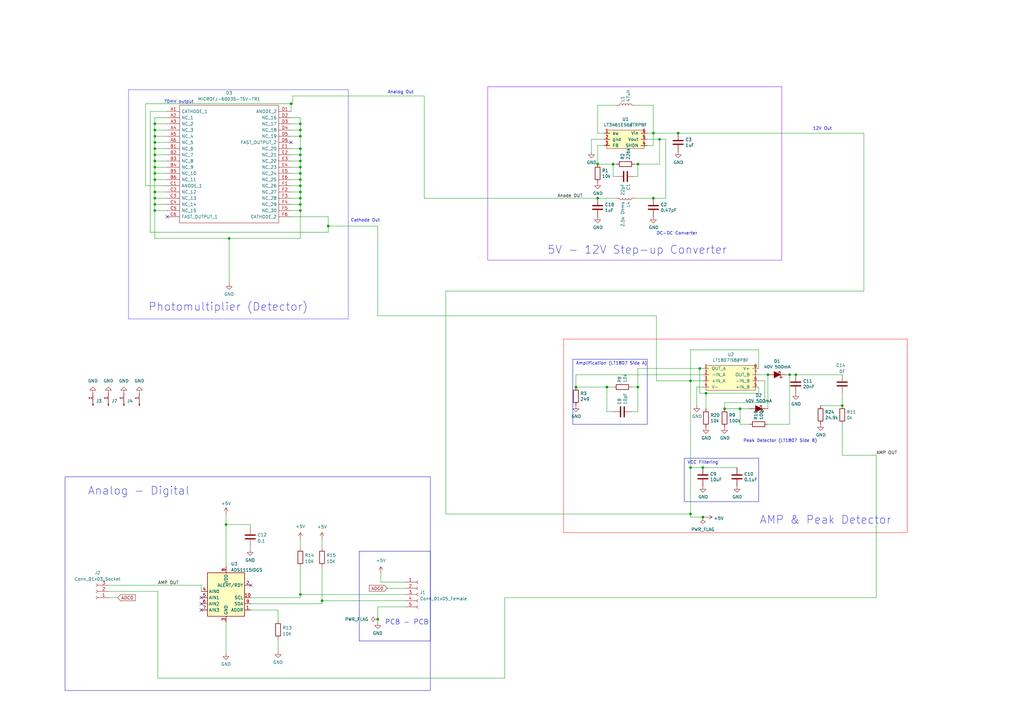
<source format=kicad_sch>
(kicad_sch (version 20250114) (generator "eeschema") (generator_version "9.0")
  (paper "A3")
  (lib_symbols
    (symbol "Analog_ADC:ADS1115IDGS"
      (property "Reference" "U" (at 2.54 13.97 0))
      (property "Value" "ADS1115IDGS" (at 7.62 11.43 0))
      (symbol "ADS1115IDGS_0_1"
        (rectangle (start -7.62 10.16) (end 7.62 -7.62) (stroke (width 0.254)) (fill (type background)))
      )
      (symbol "ADS1115IDGS_1_1"
        (pin input line (at -10.16 2.54 0) (length 2.54) (name "AIN0") (number "4"))
        (pin input line (at -10.16 0 0) (length 2.54) (name "AIN1") (number "5"))
        (pin input line (at -10.16 -2.54 0) (length 2.54) (name "AIN2") (number "6"))
        (pin input line (at -10.16 -5.08 0) (length 2.54) (name "AIN3") (number "7"))
        (pin power_in line (at 0 12.7 270) (length 2.54) (name "VDD") (number "8"))
        (pin power_in line (at 0 -10.16 90) (length 2.54) (name "GND") (number "3"))
        (pin output line (at 10.16 5.08 180) (length 2.54) (name "ALERT/RDY") (number "2"))
        (pin input line (at 10.16 0 180) (length 2.54) (name "SCL") (number "10"))
        (pin bidirectional line (at 10.16 -2.54 180) (length 2.54) (name "SDA") (number "9"))
        (pin input line (at 10.16 -5.08 180) (length 2.54) (name "ADDR") (number "1"))
      )
    )
    (symbol "Connector:Conn_01x01_Pin" (pin_names (offset 1.016) (hide yes))
      (property "Reference" "J" (at 0 2.54 0))
      (property "Value" "Conn_01x01_Pin" (at 0 -2.54 0))
      (symbol "Conn_01x01_Pin_1_1"
        (rectangle (start 0.8636 0.127) (end 0 -0.127) (stroke (width 0.1524)) (fill (type outline)))
        (polyline (pts (xy 1.27 0) (xy 0.8636 0)) (stroke (width 0.1524)))
        (pin passive line (at 5.08 0 180) (length 3.81) (name "Pin_1") (number "1"))
      )
    )
    (symbol "Connector:Conn_01x03_Socket" (pin_names (offset 1.016) (hide yes))
      (property "Reference" "J" (at 0 5.08 0))
      (property "Value" "Conn_01x03_Socket" (at 0 -5.08 0))
      (symbol "Conn_01x03_Socket_1_1"
        (polyline (pts (xy -1.27 2.54) (xy -0.508 2.54)) (stroke (width 0.1524)))
        (polyline (pts (xy -1.27 0) (xy -0.508 0)) (stroke (width 0.1524)))
        (polyline (pts (xy -1.27 -2.54) (xy -0.508 -2.54)) (stroke (width 0.1524)))
        (arc (start 0 2.032) (mid -0.5058 2.54) (end 0 3.048) (stroke (width 0.1524)))
        (arc (start 0 -0.508) (mid -0.5058 0) (end 0 0.508) (stroke (width 0.1524)))
        (arc (start 0 -3.048) (mid -0.5058 -2.54) (end 0 -2.032) (stroke (width 0.1524)))
        (pin passive line (at -5.08 2.54 0) (length 3.81) (name "Pin_1") (number "1"))
        (pin passive line (at -5.08 0 0) (length 3.81) (name "Pin_2") (number "2"))
        (pin passive line (at -5.08 -2.54 0) (length 3.81) (name "Pin_3") (number "3"))
      )
    )
    (symbol "Connector:Conn_01x05_Female" (pin_names (offset 1.016) (hide yes))
      (property "Reference" "J" (at 0 7.62 0))
      (property "Value" "Conn_01x05_Female" (at 0 -7.62 0))
      (symbol "Conn_01x05_Female_1_1"
        (polyline (pts (xy -1.27 5.08) (xy -0.508 5.08)) (stroke (width 0.1524)))
        (polyline (pts (xy -1.27 2.54) (xy -0.508 2.54)) (stroke (width 0.1524)))
        (polyline (pts (xy -1.27 0) (xy -0.508 0)) (stroke (width 0.1524)))
        (polyline (pts (xy -1.27 -2.54) (xy -0.508 -2.54)) (stroke (width 0.1524)))
        (polyline (pts (xy -1.27 -5.08) (xy -0.508 -5.08)) (stroke (width 0.1524)))
        (arc (start 0 4.572) (mid -0.5058 5.08) (end 0 5.588) (stroke (width 0.1524)))
        (arc (start 0 2.032) (mid -0.5058 2.54) (end 0 3.048) (stroke (width 0.1524)))
        (arc (start 0 -0.508) (mid -0.5058 0) (end 0 0.508) (stroke (width 0.1524)))
        (arc (start 0 -3.048) (mid -0.5058 -2.54) (end 0 -2.032) (stroke (width 0.1524)))
        (arc (start 0 -5.588) (mid -0.5058 -5.08) (end 0 -4.572) (stroke (width 0.1524)))
        (pin passive line (at -5.08 5.08 0) (length 3.81) (name "Pin_1") (number "1"))
        (pin passive line (at -5.08 2.54 0) (length 3.81) (name "Pin_2") (number "2"))
        (pin passive line (at -5.08 0 0) (length 3.81) (name "Pin_3") (number "3"))
        (pin passive line (at -5.08 -2.54 0) (length 3.81) (name "Pin_4") (number "4"))
        (pin passive line (at -5.08 -5.08 0) (length 3.81) (name "Pin_5") (number "5"))
      )
    )
    (symbol "Device:C" (pin_numbers (hide yes)) (pin_names (offset 0.254))
      (property "Reference" "C" (at 0.635 2.54 0))
      (property "Value" "C" (at 0.635 -2.54 0))
      (symbol "C_0_1"
        (polyline (pts (xy -2.032 0.762) (xy 2.032 0.762)) (stroke (width 0.508)))
        (polyline (pts (xy -2.032 -0.762) (xy 2.032 -0.762)) (stroke (width 0.508)))
      )
      (symbol "C_1_1"
        (pin passive line (at 0 3.81 270) (length 2.794) (name "~") (number "1"))
        (pin passive line (at 0 -3.81 90) (length 2.794) (name "~") (number "2"))
      )
    )
    (symbol "Device:D_Schottky_ALT" (pin_numbers (hide yes)) (pin_names (offset 1.016) (hide yes))
      (property "Reference" "D" (at 0 2.54 0))
      (property "Value" "Device_D_Schottky_ALT" (at 0 -2.54 0))
      (symbol "D_Schottky_ALT_0_1"
        (polyline (pts (xy -1.905 0.635) (xy -1.905 1.27) (xy -1.27 1.27) (xy -1.27 -1.27) (xy -0.635 -1.27) (xy -0.635 -0.635)) (stroke (width 0.254)))
        (polyline (pts (xy 1.27 1.27) (xy 1.27 -1.27) (xy -1.27 0) (xy 1.27 1.27)) (stroke (width 0.254)) (fill (type outline)))
        (polyline (pts (xy 1.27 0) (xy -1.27 0)))
      )
      (symbol "D_Schottky_ALT_1_1"
        (pin passive line (at -3.81 0 0) (length 2.54) (name "K") (number "1"))
        (pin passive line (at 3.81 0 180) (length 2.54) (name "A") (number "2"))
      )
    )
    (symbol "Device:L" (pin_numbers (hide yes)) (pin_names (offset 1.016) (hide yes))
      (property "Reference" "L" (at -1.27 0 90))
      (property "Value" "L" (at 1.905 0 90))
      (symbol "L_0_1"
        (arc (start 0 2.54) (mid 0.6323 1.905) (end 0 1.27))
        (arc (start 0 1.27) (mid 0.6323 0.635) (end 0 0))
        (arc (start 0 0) (mid 0.6323 -0.635) (end 0 -1.27))
        (arc (start 0 -1.27) (mid 0.6323 -1.905) (end 0 -2.54))
      )
      (symbol "L_1_1"
        (pin passive line (at 0 3.81 270) (length 1.27) (name "1") (number "1"))
        (pin passive line (at 0 -3.81 90) (length 1.27) (name "2") (number "2"))
      )
    )
    (symbol "Device:R" (pin_numbers (hide yes)) (pin_names (offset 0))
      (property "Reference" "R" (at 2.032 0 90))
      (property "Value" "R" (at 0 0 90))
      (symbol "R_0_1"
        (rectangle (start -1.016 -2.54) (end 1.016 2.54) (stroke (width 0.254)))
      )
      (symbol "R_1_1"
        (pin passive line (at 0 3.81 270) (length 1.27) (name "~") (number "1"))
        (pin passive line (at 0 -3.81 90) (length 1.27) (name "~") (number "2"))
      )
    )
    (symbol "GND_1" (power) (pin_numbers (hide yes)) (pin_names (offset 0) (hide yes))
      (property "Value" "GND" (at 0 -3.81 0))
      (symbol "GND_1_0_1"
        (polyline (pts (xy 0 0) (xy 0 -1.27) (xy 1.27 -1.27) (xy 0 -2.54) (xy -1.27 -1.27) (xy 0 -1.27)))
      )
      (symbol "GND_1_1_1"
        (pin power_in line (at 0 0 270) (length 0) (name "~") (number "1"))
      )
    )
    (symbol "MICROFJ-60035-TSV-TR1:MICROFJ-60035-TSV-TR1" (pin_names (offset 0.762))
      (property "Reference" "D" (at 46.99 7.62 0))
      (property "Value" "MICROFJ-60035-TSV-TR1" (at 46.99 5.08 0))
      (symbol "MICROFJ-60035-TSV-TR1_0_0"
        (pin passive line (at 0 0 0) (length 5.08) (name "CATHODE_1") (number "A1"))
        (pin passive line (at 0 -2.54 0) (length 5.08) (name "NC_1") (number "A2"))
        (pin passive line (at 0 -5.08 0) (length 5.08) (name "NC_2") (number "A3"))
        (pin passive line (at 0 -7.62 0) (length 5.08) (name "NC_3") (number "A4"))
        (pin passive line (at 0 -10.16 0) (length 5.08) (name "NC_4") (number "A5"))
        (pin passive line (at 0 -12.7 0) (length 5.08) (name "NC_5") (number "A6"))
        (pin passive line (at 0 -15.24 0) (length 5.08) (name "NC_6") (number "B1"))
        (pin passive line (at 0 -17.78 0) (length 5.08) (name "NC_7") (number "B2"))
        (pin passive line (at 0 -20.32 0) (length 5.08) (name "NC_8") (number "B3"))
        (pin passive line (at 0 -22.86 0) (length 5.08) (name "NC_9") (number "B4"))
        (pin passive line (at 0 -25.4 0) (length 5.08) (name "NC_10") (number "B5"))
        (pin passive line (at 0 -27.94 0) (length 5.08) (name "NC_11") (number "B6"))
        (pin passive line (at 0 -30.48 0) (length 5.08) (name "ANODE_1") (number "C1"))
        (pin passive line (at 0 -33.02 0) (length 5.08) (name "NC_12") (number "C2"))
        (pin passive line (at 0 -35.56 0) (length 5.08) (name "NC_13") (number "C3"))
        (pin passive line (at 0 -38.1 0) (length 5.08) (name "NC_14") (number "C4"))
        (pin passive line (at 0 -40.64 0) (length 5.08) (name "NC_15") (number "C5"))
        (pin passive line (at 0 -43.18 0) (length 5.08) (name "FAST_OUTPUT_1") (number "C6"))
        (pin passive line (at 50.8 0 180) (length 5.08) (name "ANODE_2") (number "D1"))
        (pin passive line (at 50.8 -2.54 180) (length 5.08) (name "NC_16") (number "D2"))
        (pin passive line (at 50.8 -5.08 180) (length 5.08) (name "NC_17") (number "D3"))
        (pin passive line (at 50.8 -7.62 180) (length 5.08) (name "NC_18") (number "D4"))
        (pin passive line (at 50.8 -10.16 180) (length 5.08) (name "NC_19") (number "D5"))
        (pin passive line (at 50.8 -12.7 180) (length 5.08) (name "FAST_OUTPUT_2") (number "D6"))
        (pin passive line (at 50.8 -15.24 180) (length 5.08) (name "NC_20") (number "E1"))
        (pin passive line (at 50.8 -17.78 180) (length 5.08) (name "NC_21") (number "E2"))
        (pin passive line (at 50.8 -20.32 180) (length 5.08) (name "NC_22") (number "E3"))
        (pin passive line (at 50.8 -22.86 180) (length 5.08) (name "NC_23") (number "E4"))
        (pin passive line (at 50.8 -25.4 180) (length 5.08) (name "NC_24") (number "E5"))
        (pin passive line (at 50.8 -27.94 180) (length 5.08) (name "NC_25") (number "E6"))
        (pin passive line (at 50.8 -30.48 180) (length 5.08) (name "NC_26") (number "F1"))
        (pin passive line (at 50.8 -33.02 180) (length 5.08) (name "NC_27") (number "F2"))
        (pin passive line (at 50.8 -35.56 180) (length 5.08) (name "NC_28") (number "F3"))
        (pin passive line (at 50.8 -38.1 180) (length 5.08) (name "NC_29") (number "F4"))
        (pin passive line (at 50.8 -40.64 180) (length 5.08) (name "NC_30") (number "F5"))
        (pin passive line (at 50.8 -43.18 180) (length 5.08) (name "CATHODE_2") (number "F6"))
      )
      (symbol "MICROFJ-60035-TSV-TR1_0_1"
        (polyline (pts (xy 5.08 2.54) (xy 45.72 2.54) (xy 45.72 -45.72) (xy 5.08 -45.72) (xy 5.08 2.54)) (stroke (width 0.1524)))
      )
    )
    (symbol "Missing_ICs:L3461A" (pin_names (offset 1.016))
      (property "Reference" "U" (at 0 6.35 0))
      (property "Value" "Missing_ICs_L3461A" (at 0 3.81 0))
      (symbol "L3461A_0_1"
        (rectangle (start -7.62 2.54) (end 7.62 -5.08) (fill (type background)))
      )
      (symbol "L3461A_1_1"
        (pin input line (at -8.89 1.27 0) (length 2.54) (name "sw") (number "1"))
        (pin input line (at -8.89 -1.27 0) (length 2.54) (name "gnd") (number "2"))
        (pin input line (at -8.89 -3.81 0) (length 2.54) (name "FB") (number "3"))
        (pin input line (at 8.89 1.27 180) (length 2.54) (name "Vin") (number "6"))
        (pin input line (at 8.89 -1.27 180) (length 2.54) (name "Vout") (number "5"))
        (pin input line (at 8.89 -3.81 180) (length 2.54) (name "SHDN") (number "4"))
      )
    )
    (symbol "Missing_ICs:LT1807IS8" (pin_names (offset 1.016))
      (property "Reference" "U" (at 0 10.16 0))
      (property "Value" "Missing_ICs_LT1807IS8" (at 0 7.62 0))
      (symbol "LT1807IS8_0_1"
        (rectangle (start -10.16 6.35) (end 10.16 -3.81) (fill (type background)))
      )
      (symbol "LT1807IS8_1_1"
        (pin input line (at -11.43 5.08 0) (length 2.54) (name "OUT_A") (number "1"))
        (pin input line (at -11.43 2.54 0) (length 2.54) (name "-IN_A") (number "2"))
        (pin input line (at -11.43 0 0) (length 2.54) (name "+IN_A") (number "3"))
        (pin input line (at -11.43 -2.54 0) (length 2.54) (name "V-") (number "4"))
        (pin input line (at 11.43 5.08 180) (length 2.54) (name "V+") (number "8"))
        (pin input line (at 11.43 2.54 180) (length 2.54) (name "OUT_B") (number "7"))
        (pin input line (at 11.43 0 180) (length 2.54) (name "-IN_B") (number "6"))
        (pin input line (at 11.43 -2.54 180) (length 2.54) (name "+IN_B") (number "5"))
      )
    )
    (symbol "power:+5V" (power) (pin_numbers (hide yes)) (pin_names (offset 0) (hide yes))
      (property "Value" "+5V" (at 0 3.556 0))
      (symbol "+5V_0_1"
        (polyline (pts (xy -0.762 1.27) (xy 0 2.54)))
        (polyline (pts (xy 0 2.54) (xy 0.762 1.27)))
        (polyline (pts (xy 0 0) (xy 0 2.54)))
      )
      (symbol "+5V_1_1"
        (pin power_in line (at 0 0 90) (length 0) (name "~") (number "1"))
      )
    )
    (symbol "power:GND" (power) (pin_names (offset 0))
      (property "Value" "GND" (at 0 -3.81 0))
      (symbol "GND_0_1"
        (polyline (pts (xy 0 0) (xy 0 -1.27) (xy 1.27 -1.27) (xy 0 -2.54) (xy -1.27 -1.27) (xy 0 -1.27)))
      )
      (symbol "GND_1_1"
        (pin power_in line (at 0 0 270) (length 0) (hide yes) (name "GND") (number "1"))
      )
    )
    (symbol "power:PWR_FLAG" (power) (pin_numbers (hide yes)) (pin_names (offset 0) (hide yes))
      (property "Value" "PWR_FLAG" (at 0 3.81 0))
      (symbol "PWR_FLAG_0_0"
        (pin power_out line (at 0 0 90) (length 0) (name "~") (number "1"))
      )
      (symbol "PWR_FLAG_0_1"
        (polyline (pts (xy 0 0) (xy 0 1.27) (xy -1.016 1.905) (xy 0 2.54) (xy 1.016 1.905) (xy 0 1.27)))
      )
    )
  )
  (rectangle (start 196.85 105.41) (end 196.85 105.41))
  (rectangle (start 26.67 195.58) (end 176.53 283.21))
  (rectangle (start 147.32 226.06) (end 176.53 262.89))
  (rectangle (start 52.705 36.83) (end 142.875 130.81) (stroke (width 0) (color 50 53 255 1)))
  (rectangle (start 231.14 139.065) (end 372.11 218.44) (stroke (width 0) (color 255 5 0 1)))
  (rectangle (start 200.025 35.56) (end 320.675 106.68) (stroke (width 0) (color 125 5 255 1)))
  (text "DC-DC Converter" (at 269.24 96.52 0) (effects (font (size 1.27 1.27)) (justify left bottom)))
  (text "VCC Filtering\n" (at 281.94 190.5 0) (effects (font (size 1.27 1.27)) (justify left bottom)))
  (text "Analog Out" (at 164.338 37.846 0) (effects (font (size 1.27 1.27))))
  (text "Photomultiplier (Detector)" (at 93.599 125.984 0) (effects (font (size 3.302 3.302))))
  (text "Cathode Out" (at 149.86 90.424 0) (effects (font (size 1.27 1.27))))
  (text "Peak Detector (LT1807 Side B)" (at 304.8 181.61 0) (effects (font (size 1.27 1.27)) (justify left bottom)))
  (text "PCB - PCB" (at 166.878 255.27 0) (effects (font (size 2.032 2.032))))
  (text "Analog - Digital" (at 56.896 201.422 0) (effects (font (size 3.302 3.302))))
  (text "70mV output" (at 67.056 42.545 0) (effects (font (size 1.27 1.27)) (justify left bottom)))
  (text "AMP & Peak Detector" (at 338.582 213.36 0) (effects (font (size 3.302 3.302))))
  (text "Amplification (LT1807 Side A)" (at 236.22 149.86 0) (effects (font (size 1.27 1.27)) (justify left bottom)))
  (text "12V Out" (at 337.312 52.832 0) (effects (font (size 1.27 1.27))))
  (text "5V - 12V Step-up Converter" (at 261.366 102.616 0) (effects (font (size 3.302 3.302))))
  (junction (at 123.19 50.8))
  (junction (at 123.19 68.58))
  (junction (at 245.11 67.31))
  (junction (at 283.21 191.77))
  (junction (at 270.51 57.15))
  (junction (at 345.44 166.37))
  (junction (at 245.11 81.28))
  (junction (at 63.5 58.42))
  (junction (at 123.19 76.2))
  (junction (at 261.62 158.75))
  (junction (at 63.5 55.88))
  (junction (at 287.02 151.13))
  (junction (at 134.62 92.71))
  (junction (at 288.29 212.09))
  (junction (at 63.5 60.96))
  (junction (at 132.08 246.38))
  (junction (at 123.19 243.84))
  (junction (at 267.97 81.28))
  (junction (at 289.56 161.29))
  (junction (at 297.18 167.64))
  (junction (at 63.5 63.5))
  (junction (at 63.5 68.58))
  (junction (at 123.19 53.34))
  (junction (at 123.19 71.12))
  (junction (at 326.39 153.67))
  (junction (at 236.22 158.75))
  (junction (at 123.19 63.5))
  (junction (at 251.46 67.31))
  (junction (at 288.29 191.77))
  (junction (at 283.21 210.82))
  (junction (at 63.5 66.04))
  (junction (at 283.21 156.21))
  (junction (at 123.19 81.28))
  (junction (at 63.5 50.8))
  (junction (at 323.85 153.67))
  (junction (at 123.19 83.82))
  (junction (at 303.53 167.64))
  (junction (at 278.13 54.61))
  (junction (at 123.19 66.04))
  (junction (at 248.92 158.75))
  (junction (at 63.5 53.34))
  (junction (at 154.94 254))
  (junction (at 63.5 71.12))
  (junction (at 123.19 73.66))
  (junction (at 63.5 86.36))
  (junction (at 119.38 42.545))
  (junction (at 92.71 215.138))
  (junction (at 93.98 97.79))
  (junction (at 261.62 67.31))
  (junction (at 123.19 55.88))
  (junction (at 267.97 54.61))
  (junction (at 63.5 83.82))
  (junction (at 123.19 78.74))
  (junction (at 63.5 73.66))
  (junction (at 314.96 153.67))
  (junction (at 123.19 60.96))
  (junction (at 63.5 78.74))
  (junction (at 63.5 81.28))
  (junction (at 123.19 86.36))
  (no_connect (at 102.87 240.03))
  (no_connect (at 119.38 58.42))
  (no_connect (at 82.55 245.11))
  (no_connect (at 82.55 247.65))
  (no_connect (at 82.55 250.19))
  (no_connect (at 68.58 88.9))
  (wire (pts (xy 63.5 83.82) (xy 68.58 83.82)))
  (polyline (pts (xy 234.95 147.32) (xy 265.43 147.32)) (stroke (width 0) (type solid)))
  (wire (pts (xy 123.19 60.96) (xy 123.19 63.5)))
  (wire (pts (xy 270.51 67.31) (xy 261.62 67.31)))
  (wire (pts (xy 269.24 129.54) (xy 154.94 129.54)))
  (wire (pts (xy 119.38 66.04) (xy 123.19 66.04)))
  (wire (pts (xy 63.5 81.28) (xy 63.5 83.82)))
  (wire (pts (xy 63.5 66.04) (xy 63.5 68.58)))
  (wire (pts (xy 123.19 245.11) (xy 123.19 243.84)))
  (wire (pts (xy 68.58 68.58) (xy 63.5 68.58)))
  (wire (pts (xy 261.62 67.31) (xy 260.35 67.31)))
  (wire (pts (xy 154.94 248.92) (xy 166.37 248.92)))
  (wire (pts (xy 114.046 262.128) (xy 114.046 267.208)))
  (wire (pts (xy 119.38 68.58) (xy 123.19 68.58)))
  (wire (pts (xy 59.69 76.2) (xy 59.69 42.545)))
  (wire (pts (xy 311.15 143.51) (xy 283.21 143.51)))
  (wire (pts (xy 354.33 119.38) (xy 182.88 119.38)))
  (wire (pts (xy 123.19 71.12) (xy 123.19 73.66)))
  (wire (pts (xy 236.22 158.75) (xy 236.22 153.67)))
  (wire (pts (xy 345.44 153.67) (xy 326.39 153.67)))
  (wire (pts (xy 92.71 215.138) (xy 102.616 215.138)))
  (wire (pts (xy 119.38 71.12) (xy 123.19 71.12)))
  (wire (pts (xy 345.44 161.29) (xy 345.44 166.37)))
  (wire (pts (xy 252.73 72.39) (xy 251.46 72.39)))
  (wire (pts (xy 123.19 48.26) (xy 123.19 50.8)))
  (wire (pts (xy 251.46 67.31) (xy 245.11 67.31)))
  (wire (pts (xy 285.75 158.75) (xy 285.75 166.37)))
  (polyline (pts (xy 280.67 187.96) (xy 311.15 187.96)) (stroke (width 0) (type solid)))
  (wire (pts (xy 261.62 67.31) (xy 261.62 72.39)))
  (wire (pts (xy 63.5 81.28) (xy 68.58 81.28)))
  (wire (pts (xy 68.58 76.2) (xy 59.69 76.2)))
  (wire (pts (xy 359.41 245.11) (xy 207.01 245.11)))
  (wire (pts (xy 63.5 60.96) (xy 63.5 63.5)))
  (wire (pts (xy 63.5 97.79) (xy 93.98 97.79)))
  (wire (pts (xy 61.595 95.25) (xy 134.62 95.25)))
  (wire (pts (xy 265.43 57.15) (xy 270.51 57.15)))
  (wire (pts (xy 63.5 55.88) (xy 68.58 55.88)))
  (wire (pts (xy 359.41 186.69) (xy 359.41 245.11)))
  (wire (pts (xy 166.37 238.76) (xy 156.21 238.76)))
  (wire (pts (xy 251.46 72.39) (xy 251.46 67.31)))
  (wire (pts (xy 63.5 50.8) (xy 63.5 53.34)))
  (wire (pts (xy 132.08 220.98) (xy 132.08 224.79)))
  (wire (pts (xy 252.73 81.28) (xy 245.11 81.28)))
  (wire (pts (xy 119.38 73.66) (xy 123.19 73.66)))
  (wire (pts (xy 247.65 57.15) (xy 242.57 57.15)))
  (wire (pts (xy 119.38 48.26) (xy 123.19 48.26)))
  (wire (pts (xy 313.69 165.1) (xy 313.69 156.21)))
  (wire (pts (xy 247.65 59.69) (xy 245.11 59.69)))
  (wire (pts (xy 269.24 156.21) (xy 283.21 156.21)))
  (wire (pts (xy 207.01 245.11) (xy 207.01 278.13)))
  (wire (pts (xy 119.38 60.96) (xy 123.19 60.96)))
  (wire (pts (xy 63.5 66.04) (xy 68.58 66.04)))
  (wire (pts (xy 63.5 55.88) (xy 63.5 58.42)))
  (wire (pts (xy 252.73 67.31) (xy 251.46 67.31)))
  (wire (pts (xy 270.51 57.15) (xy 273.05 57.15)))
  (wire (pts (xy 283.21 191.77) (xy 288.29 191.77)))
  (polyline (pts (xy 311.15 187.96) (xy 311.15 205.74)) (stroke (width 0) (type solid)))
  (wire (pts (xy 63.5 48.26) (xy 68.58 48.26)))
  (wire (pts (xy 288.29 158.75) (xy 285.75 158.75)))
  (wire (pts (xy 173.99 81.28) (xy 245.11 81.28)))
  (wire (pts (xy 289.56 161.29) (xy 289.56 167.64)))
  (wire (pts (xy 323.85 153.67) (xy 322.58 153.67)))
  (wire (pts (xy 265.43 59.69) (xy 267.97 59.69)))
  (wire (pts (xy 123.19 76.2) (xy 123.19 78.74)))
  (wire (pts (xy 287.02 161.29) (xy 287.02 151.13)))
  (wire (pts (xy 63.5 71.12) (xy 68.58 71.12)))
  (wire (pts (xy 102.87 247.65) (xy 132.08 247.65)))
  (wire (pts (xy 114.046 250.19) (xy 114.046 254.508)))
  (wire (pts (xy 119.38 81.28) (xy 123.19 81.28)))
  (wire (pts (xy 236.22 153.67) (xy 288.29 153.67)))
  (wire (pts (xy 289.56 161.29) (xy 287.02 161.29)))
  (wire (pts (xy 247.65 54.61) (xy 245.11 54.61)))
  (wire (pts (xy 323.85 153.67) (xy 323.85 173.99)))
  (wire (pts (xy 288.29 191.77) (xy 302.26 191.77)))
  (wire (pts (xy 123.19 68.58) (xy 123.19 71.12)))
  (wire (pts (xy 297.18 165.1) (xy 313.69 165.1)))
  (wire (pts (xy 119.38 63.5) (xy 123.19 63.5)))
  (wire (pts (xy 123.19 86.36) (xy 123.19 97.79)))
  (wire (pts (xy 61.595 45.72) (xy 61.595 95.25)))
  (wire (pts (xy 248.92 158.75) (xy 248.92 168.91)))
  (wire (pts (xy 283.21 191.77) (xy 283.21 210.82)))
  (wire (pts (xy 63.5 71.12) (xy 63.5 73.66)))
  (wire (pts (xy 63.5 68.58) (xy 63.5 71.12)))
  (wire (pts (xy 307.34 173.99) (xy 303.53 173.99)))
  (wire (pts (xy 120.015 42.545) (xy 120.015 39.37)))
  (wire (pts (xy 119.38 45.72) (xy 119.38 42.545)))
  (wire (pts (xy 63.5 48.26) (xy 63.5 50.8)))
  (wire (pts (xy 123.19 220.98) (xy 123.19 224.79)))
  (wire (pts (xy 59.69 42.545) (xy 119.38 42.545)))
  (wire (pts (xy 63.5 50.8) (xy 68.58 50.8)))
  (wire (pts (xy 102.87 250.19) (xy 114.046 250.19)))
  (wire (pts (xy 245.11 43.18) (xy 252.73 43.18)))
  (wire (pts (xy 102.87 245.11) (xy 123.19 245.11)))
  (wire (pts (xy 182.88 119.38) (xy 182.88 210.82)))
  (wire (pts (xy 267.97 81.28) (xy 260.35 81.28)))
  (wire (pts (xy 119.38 86.36) (xy 123.19 86.36)))
  (wire (pts (xy 132.08 247.65) (xy 132.08 246.38)))
  (wire (pts (xy 93.98 97.79) (xy 123.19 97.79)))
  (wire (pts (xy 44.45 240.03) (xy 82.55 240.03)))
  (wire (pts (xy 261.62 158.75) (xy 261.62 168.91)))
  (wire (pts (xy 92.71 267.97) (xy 92.71 255.27)))
  (wire (pts (xy 119.38 83.82) (xy 123.19 83.82)))
  (wire (pts (xy 134.62 92.71) (xy 134.62 95.25)))
  (wire (pts (xy 297.18 167.64) (xy 297.18 165.1)))
  (wire (pts (xy 354.33 54.61) (xy 354.33 119.38)))
  (wire (pts (xy 207.01 278.13) (xy 64.77 278.13)))
  (wire (pts (xy 123.19 243.84) (xy 166.37 243.84)))
  (wire (pts (xy 154.94 248.92) (xy 154.94 254)))
  (wire (pts (xy 123.19 66.04) (xy 123.19 68.58)))
  (wire (pts (xy 261.62 72.39) (xy 260.35 72.39)))
  (wire (pts (xy 102.616 216.408) (xy 102.616 215.138)))
  (wire (pts (xy 273.05 57.15) (xy 273.05 81.28)))
  (polyline (pts (xy 234.95 173.99) (xy 265.43 173.99)) (stroke (width 0) (type solid)))
  (wire (pts (xy 123.19 63.5) (xy 123.19 66.04)))
  (wire (pts (xy 93.98 97.79) (xy 93.98 116.205)))
  (wire (pts (xy 288.29 151.13) (xy 287.02 151.13)))
  (wire (pts (xy 303.53 173.99) (xy 303.53 167.64)))
  (wire (pts (xy 345.44 186.69) (xy 345.44 173.99)))
  (wire (pts (xy 288.29 212.09) (xy 289.56 212.09)))
  (wire (pts (xy 245.11 59.69) (xy 245.11 67.31)))
  (wire (pts (xy 323.85 173.99) (xy 314.96 173.99)))
  (wire (pts (xy 260.35 43.18) (xy 267.97 43.18)))
  (wire (pts (xy 326.39 153.67) (xy 323.85 153.67)))
  (wire (pts (xy 68.58 45.72) (xy 61.595 45.72)))
  (wire (pts (xy 119.38 78.74) (xy 123.19 78.74)))
  (wire (pts (xy 63.5 86.36) (xy 68.58 86.36)))
  (wire (pts (xy 123.19 81.28) (xy 123.19 83.82)))
  (wire (pts (xy 63.5 83.82) (xy 63.5 86.36)))
  (polyline (pts (xy 234.95 147.32) (xy 234.95 173.99)) (stroke (width 0) (type solid)))
  (wire (pts (xy 278.13 54.61) (xy 354.33 54.61)))
  (wire (pts (xy 120.015 42.545) (xy 119.38 42.545)))
  (wire (pts (xy 123.19 73.66) (xy 123.19 76.2)))
  (wire (pts (xy 48.26 245.11) (xy 44.45 245.11)))
  (wire (pts (xy 248.92 158.75) (xy 251.46 158.75)))
  (wire (pts (xy 259.08 168.91) (xy 261.62 168.91)))
  (wire (pts (xy 123.19 53.34) (xy 123.19 55.88)))
  (wire (pts (xy 63.5 78.74) (xy 63.5 81.28)))
  (wire (pts (xy 236.22 158.75) (xy 248.92 158.75)))
  (wire (pts (xy 63.5 63.5) (xy 63.5 66.04)))
  (wire (pts (xy 267.97 54.61) (xy 267.97 43.18)))
  (wire (pts (xy 63.5 73.66) (xy 63.5 78.74)))
  (wire (pts (xy 242.57 57.15) (xy 242.57 62.23)))
  (wire (pts (xy 123.19 83.82) (xy 123.19 86.36)))
  (wire (pts (xy 313.69 156.21) (xy 311.15 156.21)))
  (wire (pts (xy 123.19 243.84) (xy 123.19 232.41)))
  (wire (pts (xy 283.21 156.21) (xy 283.21 191.77)))
  (wire (pts (xy 63.5 60.96) (xy 68.58 60.96)))
  (wire (pts (xy 267.97 54.61) (xy 267.97 59.69)))
  (wire (pts (xy 119.38 76.2) (xy 123.19 76.2)))
  (wire (pts (xy 63.5 53.34) (xy 63.5 55.88)))
  (wire (pts (xy 273.05 81.28) (xy 267.97 81.28)))
  (wire (pts (xy 123.19 78.74) (xy 123.19 81.28)))
  (polyline (pts (xy 280.67 205.74) (xy 280.67 187.96)) (stroke (width 0) (type solid)))
  (wire (pts (xy 132.08 246.38) (xy 132.08 232.41)))
  (wire (pts (xy 123.19 55.88) (xy 123.19 60.96)))
  (polyline (pts (xy 311.15 205.74) (xy 280.67 205.74)) (stroke (width 0) (type solid)))
  (wire (pts (xy 269.24 156.21) (xy 269.24 129.54)))
  (wire (pts (xy 251.46 168.91) (xy 248.92 168.91)))
  (wire (pts (xy 92.71 210.82) (xy 92.71 215.138)))
  (wire (pts (xy 173.99 39.37) (xy 173.99 81.28)))
  (wire (pts (xy 311.15 158.75) (xy 311.15 161.29)))
  (wire (pts (xy 63.5 63.5) (xy 68.58 63.5)))
  (wire (pts (xy 63.5 58.42) (xy 63.5 60.96)))
  (wire (pts (xy 311.15 151.13) (xy 311.15 143.51)))
  (wire (pts (xy 63.5 86.36) (xy 63.5 97.79)))
  (wire (pts (xy 68.58 53.34) (xy 63.5 53.34)))
  (wire (pts (xy 154.94 129.54) (xy 154.94 92.71)))
  (wire (pts (xy 68.58 78.74) (xy 63.5 78.74)))
  (wire (pts (xy 303.53 167.64) (xy 297.18 167.64)))
  (wire (pts (xy 158.75 241.3) (xy 166.37 241.3)))
  (wire (pts (xy 82.55 240.03) (xy 82.55 242.57)))
  (wire (pts (xy 270.51 57.15) (xy 270.51 67.31)))
  (wire (pts (xy 68.58 58.42) (xy 63.5 58.42)))
  (wire (pts (xy 119.38 55.88) (xy 123.19 55.88)))
  (wire (pts (xy 102.616 224.028) (xy 102.616 225.298)))
  (wire (pts (xy 283.21 210.82) (xy 283.21 212.09)))
  (wire (pts (xy 345.44 186.69) (xy 359.41 186.69)))
  (wire (pts (xy 92.71 215.138) (xy 92.71 232.41)))
  (wire (pts (xy 119.38 53.34) (xy 123.19 53.34)))
  (wire (pts (xy 283.21 143.51) (xy 283.21 156.21)))
  (wire (pts (xy 134.62 92.71) (xy 154.94 92.71)))
  (polyline (pts (xy 265.43 147.32) (xy 265.43 173.99)) (stroke (width 0) (type solid)))
  (wire (pts (xy 259.08 158.75) (xy 261.62 158.75)))
  (wire (pts (xy 132.08 246.38) (xy 166.37 246.38)))
  (wire (pts (xy 314.96 167.64) (xy 314.96 153.67)))
  (wire (pts (xy 119.38 50.8) (xy 123.19 50.8)))
  (wire (pts (xy 120.015 39.37) (xy 173.99 39.37)))
  (wire (pts (xy 283.21 212.09) (xy 288.29 212.09)))
  (wire (pts (xy 307.34 167.64) (xy 303.53 167.64)))
  (wire (pts (xy 182.88 210.82) (xy 283.21 210.82)))
  (wire (pts (xy 245.11 54.61) (xy 245.11 43.18)))
  (wire (pts (xy 154.94 254) (xy 154.94 255.27)))
  (wire (pts (xy 265.43 54.61) (xy 267.97 54.61)))
  (wire (pts (xy 267.97 54.61) (xy 278.13 54.61)))
  (wire (pts (xy 63.5 73.66) (xy 68.58 73.66)))
  (wire (pts (xy 123.19 50.8) (xy 123.19 53.34)))
  (wire (pts (xy 261.62 151.13) (xy 261.62 158.75)))
  (wire (pts (xy 345.44 166.37) (xy 336.55 166.37)))
  (wire (pts (xy 64.77 242.57) (xy 44.45 242.57)))
  (wire (pts (xy 261.62 151.13) (xy 287.02 151.13)))
  (wire (pts (xy 64.77 278.13) (xy 64.77 242.57)))
  (wire (pts (xy 283.21 156.21) (xy 288.29 156.21)))
  (wire (pts (xy 311.15 161.29) (xy 289.56 161.29)))
  (wire (pts (xy 314.96 153.67) (xy 311.15 153.67)))
  (wire (pts (xy 134.62 88.9) (xy 119.38 88.9)))
  (wire (pts (xy 134.62 88.9) (xy 134.62 92.71)))
  (wire (pts (xy 156.21 238.76) (xy 156.21 234.95)))
  (label "AMP OUT" (at 64.77 240.03 0))
  (label "Anode OUT" (at 228.6 81.28 0))
  (label "AMP OUT" (at 359.41 186.69 0))
  (global_label "ADC0" (shape input) (at 158.75 241.3 180) (property "Intersheetrefs" "${INTERSHEET_REFS}" (effects (hide yes))))
  (global_label "ADC0" (shape input) (at 48.26 245.11 0) (property "Intersheetrefs" "${INTERSHEET_REFS}" (effects (hide yes))))
  (symbol (lib_id "Device:R") (at 236.22 162.56 0) (unit 1)
    (property "Reference" "R3" (at 237.998 161.3916 0) (effects (justify left)))
    (property "Value" "249" (at 237.998 163.703 0) (effects (justify left)))
    (property "Footprint" "Resistor_SMD:R_0805_2012Metric_Pad1.20x1.40mm_HandSolder" (effects (hide yes)))
  )
  (symbol (lib_id "Device:R") (at 345.44 170.18 0) (unit 1)
    (property "Reference" "R11" (at 347.218 169.0116 0) (effects (justify left)))
    (property "Value" "0k" (at 347.218 171.323 0) (effects (justify left)))
    (property "Footprint" "Resistor_SMD:R_0805_2012Metric_Pad1.20x1.40mm_HandSolder" (effects (hide yes)))
  )
  (symbol (lib_id "Device:R") (at 289.56 171.45 0) (unit 1)
    (property "Reference" "R20" (at 291.338 170.2816 0) (effects (justify left)))
    (property "Value" "10k" (at 291.338 172.593 0) (effects (justify left)))
    (property "Footprint" "Resistor_SMD:R_0805_2012Metric_Pad1.20x1.40mm_HandSolder" (effects (hide yes)))
  )
  (symbol (lib_id "Device:R") (at 336.55 170.18 0) (unit 1)
    (property "Reference" "R24" (at 338.328 169.0116 0) (effects (justify left)))
    (property "Value" "24.9k" (at 338.328 171.323 0) (effects (justify left)))
    (property "Footprint" "Resistor_SMD:R_0805_2012Metric_Pad1.20x1.40mm_HandSolder" (effects (hide yes)))
  )
  (symbol (lib_id "Device:R") (at 256.54 67.31 90) (unit 1)
    (property "Reference" "R2" (at 255.3716 65.532 0) (effects (justify left)))
    (property "Value" "226k" (at 257.683 65.532 0) (effects (justify left)))
    (property "Footprint" "Resistor_SMD:R_0805_2012Metric_Pad1.20x1.40mm_HandSolder" (effects (hide yes)))
  )
  (symbol (lib_id "Device:R") (at 245.11 71.12 0) (unit 1)
    (property "Reference" "R1" (at 246.888 69.9516 0) (effects (justify left)))
    (property "Value" "10k" (at 246.888 72.263 0) (effects (justify left)))
    (property "Footprint" "Resistor_SMD:R_0805_2012Metric_Pad1.20x1.40mm_HandSolder" (effects (hide yes)))
  )
  (symbol (lib_id "Device:L") (at 256.54 43.18 90) (unit 1)
    (property "Reference" "L1" (at 255.3716 41.8338 0) (effects (justify left)))
    (property "Value" "47uH" (at 257.683 41.8338 0) (effects (justify left)))
    (property "Footprint" "Inductor_SMD:L_1210_3225Metric_Pad1.42x2.65mm_HandSolder" (effects (hide yes)))
  )
  (symbol (lib_id "Device:C") (at 256.54 72.39 270) (unit 1)
    (property "Reference" "C1" (at 257.7084 75.311 0) (effects (justify left)))
    (property "Value" "22pF" (at 255.397 75.311 0) (effects (justify left)))
    (property "Footprint" "Capacitor_SMD:C_0805_2012Metric_Pad1.18x1.45mm_HandSolder" (effects (hide yes)))
  )
  (symbol (lib_id "Device:C") (at 267.97 85.09 0) (unit 1)
    (property "Reference" "C2" (at 270.891 83.9216 0) (effects (justify left)))
    (property "Value" "0.47pF" (at 270.891 86.233 0) (effects (justify left)))
    (property "Footprint" "Capacitor_SMD:C_0805_2012Metric_Pad1.18x1.45mm_HandSolder" (effects (hide yes)))
  )
  (symbol (lib_id "Device:C") (at 278.13 58.42 0) (unit 1)
    (property "Reference" "C3" (at 281.051 57.2516 0) (effects (justify left)))
    (property "Value" "1uF" (at 281.051 59.563 0) (effects (justify left)))
    (property "Footprint" "Capacitor_SMD:C_0805_2012Metric_Pad1.18x1.45mm_HandSolder" (effects (hide yes)))
  )
  (symbol (lib_id "Device:C") (at 345.44 157.48 0) (unit 1)
    (property "Reference" "C14" (at 342.9 149.86 0) (effects (justify left)))
    (property "Value" "0F" (at 344.17 152.4 0) (effects (justify left)))
    (property "Footprint" "Capacitor_SMD:C_0805_2012Metric_Pad1.18x1.45mm_HandSolder" (effects (hide yes)))
  )
  (symbol (lib_id "Device:C") (at 245.11 85.09 0) (unit 1)
    (property "Reference" "C18" (at 248.031 83.9216 0) (effects (justify left)))
    (property "Value" "1uF" (at 248.031 86.233 0) (effects (justify left)))
    (property "Footprint" "Capacitor_SMD:C_0805_2012Metric_Pad1.18x1.45mm_HandSolder" (effects (hide yes)))
  )
  (symbol (lib_id "Device:D_Schottky_ALT") (at 318.77 153.67 180) (unit 1)
    (property "Reference" "D1" (at 318.77 148.1582 0))
    (property "Value" "40V 500mA" (at 318.77 150.4696 0))
    (property "Footprint" "Diode_SMD:D_SOD-123" (effects (hide yes)))
  )
  (symbol (lib_id "Device:D_Schottky_ALT") (at 311.15 167.64 180) (unit 1)
    (property "Reference" "D2" (at 311.15 162.1282 0))
    (property "Value" "40V 500mA" (at 311.15 164.4396 0))
    (property "Footprint" "Diode_SMD:D_SOD-123" (effects (hide yes)))
  )
  (symbol (lib_id "power:GND") (at 288.29 199.39 0) (unit 1)
    (property "Reference" "#PWR0108" (effects (hide yes)))
    (property "Value" "GND" (at 288.417 203.7842 0))
  )
  (symbol (lib_id "power:GND") (at 302.26 199.39 0) (unit 1)
    (property "Reference" "#PWR0109" (effects (hide yes)))
    (property "Value" "GND" (at 302.387 203.7842 0))
  )
  (symbol (lib_id "power:GND") (at 285.75 166.37 0) (unit 1)
    (property "Reference" "#PWR0110" (effects (hide yes)))
    (property "Value" "GND" (at 285.877 170.7642 0))
  )
  (symbol (lib_id "power:GND") (at 326.39 161.29 0) (unit 1)
    (property "Reference" "#PWR0111" (effects (hide yes)))
    (property "Value" "GND" (at 326.517 165.6842 0))
  )
  (symbol (lib_id "power:GND") (at 336.55 173.99 0) (unit 1)
    (property "Reference" "#PWR0112" (effects (hide yes)))
    (property "Value" "GND" (at 336.677 178.3842 0))
  )
  (symbol (lib_id "power:GND") (at 297.18 175.26 0) (unit 1)
    (property "Reference" "#PWR0113" (effects (hide yes)))
    (property "Value" "GND" (at 297.307 179.6542 0))
  )
  (symbol (lib_id "power:GND") (at 236.22 166.37 0) (unit 1)
    (property "Reference" "#PWR0114" (effects (hide yes)))
    (property "Value" "GND" (at 236.347 170.7642 0))
  )
  (symbol (lib_id "power:GND") (at 267.97 88.9 0) (unit 1)
    (property "Reference" "#PWR0120" (effects (hide yes)))
    (property "Value" "GND" (at 268.097 93.2942 0))
  )
  (symbol (lib_id "power:GND") (at 278.13 62.23 0) (unit 1)
    (property "Reference" "#PWR0118" (effects (hide yes)))
    (property "Value" "GND" (at 278.257 66.6242 0))
  )
  (symbol (lib_id "power:GND") (at 245.11 88.9 0) (unit 1)
    (property "Reference" "#PWR0119" (effects (hide yes)))
    (property "Value" "GND" (at 245.237 93.2942 0))
  )
  (symbol (lib_id "power:GND") (at 242.57 62.23 0) (unit 1)
    (property "Reference" "#PWR0123" (effects (hide yes)))
    (property "Value" "GND" (at 242.697 66.6242 0))
  )
  (symbol (lib_id "power:GND") (at 245.11 74.93 0) (unit 1)
    (property "Reference" "#PWR0124" (effects (hide yes)))
    (property "Value" "GND" (at 245.237 79.3242 0))
  )
  (symbol (lib_id "Missing_ICs:LT1807IS8") (at 299.72 156.21 0) (unit 1)
    (property "Reference" "U2" (at 299.72 145.415 0))
    (property "Value" "LT1807IS8#PBF" (at 299.72 147.7264 0))
    (property "Footprint" "Package_SO:SOIC-8_3.9x4.9mm_P1.27mm" (effects (hide yes)))
  )
  (symbol (lib_id "Missing_ICs:L3461A") (at 256.54 55.88 0) (unit 1)
    (property "Reference" "U1" (at 256.54 48.895 0))
    (property "Value" "LT3461ES6#TRPBF" (at 256.54 51.2064 0))
    (property "Footprint" "Package_TO_SOT_SMD:TSOT-23-6" (effects (hide yes)))
    (property "Datasheet" "https://www.analog.com/media/en/technical-documentation/data-sheets/3461afa.pdf" (effects (hide yes)))
  )
  (symbol (lib_id "power:+5V") (at 289.56 212.09 270) (unit 1)
    (property "Reference" "#PWR0101" (effects (hide yes)))
    (property "Value" "+5V" (at 292.735 212.569 90) (effects (justify left)))
  )
  (symbol (lib_id "Device:C") (at 288.29 195.58 0) (unit 1)
    (property "Reference" "C9" (at 291.211 194.4116 0) (effects (justify left)))
    (property "Value" "10uF" (at 291.211 196.723 0) (effects (justify left)))
    (property "Footprint" "Capacitor_SMD:C_0805_2012Metric_Pad1.18x1.45mm_HandSolder" (effects (hide yes)))
  )
  (symbol (lib_id "Connector:Conn_01x01_Pin") (at 57.15 166.37 90) (unit 1)
    (property "Reference" "J8" (effects (hide yes)))
    (property "Value" "Conn_01x01_Pin" (effects (hide yes)))
    (property "Footprint" "MountingHole:MountingHole_2.7mm_M2.5_ISO7380_Pad" (effects (hide yes)))
    (property "Description" "Generic connector, single row, 01x01, script generated" (effects (hide yes)))
  )
  (symbol (lib_id "Device:R") (at 255.27 158.75 90) (unit 1)
    (property "Reference" "R8" (at 254.1016 156.972 0) (effects (justify left)))
    (property "Value" "10k" (at 256.413 156.972 0) (effects (justify left)))
    (property "Footprint" "Resistor_SMD:R_0805_2012Metric_Pad1.20x1.40mm_HandSolder" (effects (hide yes)))
  )
  (symbol (lib_id "Connector:Conn_01x01_Pin") (at 50.8 166.37 90) (unit 1)
    (property "Reference" "J4" (at 52.07 164.4649 90) (effects (justify right)))
    (property "Value" "Conn_01x01_Pin" (effects (hide yes)))
    (property "Footprint" "MountingHole:MountingHole_2.7mm_M2.5_ISO7380_Pad" (effects (hide yes)))
    (property "Description" "Generic connector, single row, 01x01, script generated" (effects (hide yes)))
  )
  (symbol (lib_id "Device:R") (at 132.08 228.6 0) (unit 1)
    (property "Reference" "R15" (at 133.858 227.7653 0) (effects (justify left)))
    (property "Value" "10K" (at 133.858 230.3022 0) (effects (justify left)))
    (property "Footprint" "Resistor_SMD:R_0603_1608Metric" (effects (hide yes)))
  )
  (symbol (lib_id "power:GND") (at 289.56 175.26 0) (unit 1)
    (property "Reference" "#PWR0122" (effects (hide yes)))
    (property "Value" "GND" (at 289.687 179.6542 0))
  )
  (symbol (lib_name "GND_1") (lib_id "power:GND") (at 44.45 161.29 180) (unit 1)
    (property "Reference" "#PWR05" (effects (hide yes)))
    (property "Value" "GND" (at 44.45 156.21 0))
    (property "Description" "Power symbol creates a global label with name \"GND\" , ground" (effects (hide yes)))
  )
  (symbol (lib_id "Device:R") (at 123.19 228.6 0) (unit 1)
    (property "Reference" "R14" (at 124.968 227.7653 0) (effects (justify left)))
    (property "Value" "10K" (at 124.968 230.3022 0) (effects (justify left)))
    (property "Footprint" "Resistor_SMD:R_0603_1608Metric" (effects (hide yes)))
  )
  (symbol (lib_name "GND_1") (lib_id "power:GND") (at 57.15 161.29 180) (unit 1)
    (property "Reference" "#PWR01" (effects (hide yes)))
    (property "Value" "GND" (at 57.15 156.21 0))
    (property "Description" "Power symbol creates a global label with name \"GND\" , ground" (effects (hide yes)))
  )
  (symbol (lib_id "Device:R") (at 114.046 258.318 0) (unit 1)
    (property "Reference" "R13" (at 115.824 257.4833 0) (effects (justify left)))
    (property "Value" "10K" (at 115.824 260.0202 0) (effects (justify left)))
    (property "Footprint" "Resistor_SMD:R_0603_1608Metric" (effects (hide yes)))
  )
  (symbol (lib_id "Device:R") (at 297.18 171.45 0) (unit 1)
    (property "Reference" "R9" (at 298.958 170.2816 0) (effects (justify left)))
    (property "Value" "100k" (at 298.958 172.593 0) (effects (justify left)))
    (property "Footprint" "Resistor_SMD:R_0805_2012Metric_Pad1.20x1.40mm_HandSolder" (effects (hide yes)))
  )
  (symbol (lib_name "GND_1") (lib_id "power:GND") (at 50.8 161.29 180) (unit 1)
    (property "Reference" "#PWR02" (effects (hide yes)))
    (property "Value" "GND" (at 50.8 156.21 0))
    (property "Description" "Power symbol creates a global label with name \"GND\" , ground" (effects (hide yes)))
  )
  (symbol (lib_id "Connector:Conn_01x01_Pin") (at 44.45 166.37 90) (unit 1)
    (property "Reference" "J7" (at 45.72 164.4649 90) (effects (justify right)))
    (property "Value" "Conn_01x01_Pin" (effects (hide yes)))
    (property "Footprint" "MountingHole:MountingHole_2.7mm_M2.5_ISO7380_Pad" (effects (hide yes)))
    (property "Description" "Generic connector, single row, 01x01, script generated" (effects (hide yes)))
  )
  (symbol (lib_id "power:PWR_FLAG") (at 154.94 254 90) (unit 1)
    (property "Reference" "#FLG02" (effects (hide yes)))
    (property "Value" "PWR_FLAG" (at 151.13 253.9999 90) (effects (justify left)))
    (property "Description" "Special symbol for telling ERC where power comes from" (effects (hide yes)))
  )
  (symbol (lib_id "Device:C") (at 302.26 195.58 0) (unit 1)
    (property "Reference" "C10" (at 305.181 194.4116 0) (effects (justify left)))
    (property "Value" "0.1uF" (at 305.181 196.723 0) (effects (justify left)))
    (property "Footprint" "Capacitor_SMD:C_0805_2012Metric_Pad1.18x1.45mm_HandSolder" (effects (hide yes)))
  )
  (symbol (lib_id "power:+5V") (at 156.21 234.95 0) (unit 1)
    (property "Reference" "#PWR0105" (effects (hide yes)))
    (property "Value" "+5V" (at 156.21 229.87 0))
  )
  (symbol (lib_id "power:PWR_FLAG") (at 288.29 212.09 180) (unit 1)
    (property "Reference" "#FLG01" (effects (hide yes)))
    (property "Value" "PWR_FLAG" (at 288.29 217.17 0))
    (property "Description" "Special symbol for telling ERC where power comes from" (effects (hide yes)))
  )
  (symbol (lib_id "power:+5V") (at 92.71 210.82 0) (unit 1)
    (property "Reference" "#PWR0102" (effects (hide yes)))
    (property "Value" "+5V" (at 92.71 206.502 0))
  )
  (symbol (lib_id "Device:C") (at 255.27 168.91 90) (unit 1)
    (property "Reference" "C8" (at 254.1016 165.989 0) (effects (justify left)))
    (property "Value" "10pF" (at 256.413 165.989 0) (effects (justify left)))
    (property "Footprint" "Capacitor_SMD:C_0805_2012Metric_Pad1.18x1.45mm_HandSolder" (effects (hide yes)))
  )
  (symbol (lib_id "Connector:Conn_01x01_Pin") (at 38.1 166.37 90) (unit 1)
    (property "Reference" "J3" (at 39.37 164.4649 90) (effects (justify right)))
    (property "Value" "Conn_01x01_Pin" (effects (hide yes)))
    (property "Footprint" "MountingHole:MountingHole_2.7mm_M2.5_ISO7380_Pad" (effects (hide yes)))
    (property "Description" "Generic connector, single row, 01x01, script generated" (effects (hide yes)))
  )
  (symbol (lib_id "Device:C") (at 102.616 220.218 0) (unit 1)
    (property "Reference" "C12" (at 105.537 219.3833 0) (effects (justify left)))
    (property "Value" "0.1" (at 105.537 221.9202 0) (effects (justify left)))
    (property "Footprint" "Capacitor_SMD:C_0603_1608Metric" (effects (hide yes)))
  )
  (symbol (lib_id "Device:R") (at 311.15 173.99 90) (unit 1)
    (property "Reference" "R10" (at 309.9816 172.212 0) (effects (justify left)))
    (property "Value" "100k" (at 312.293 172.212 0) (effects (justify left)))
    (property "Footprint" "Resistor_SMD:R_0805_2012Metric_Pad1.20x1.40mm_HandSolder" (effects (hide yes)))
  )
  (symbol (lib_id "Analog_ADC:ADS1115IDGS") (at 92.71 245.11 0) (unit 1)
    (property "Reference" "U3" (at 94.7294 231.2502 0) (effects (justify left)))
    (property "Value" "ADS1115IDGS" (at 94.7294 233.7871 0) (effects (justify left)))
    (property "Footprint" "Package_SO:TSSOP-10_3x3mm_P0.5mm" (effects (hide yes)))
    (property "Datasheet" "http://www.ti.com/lit/ds/symlink/ads1113.pdf" (effects (hide yes)))
  )
  (symbol (lib_name "GND_1") (lib_id "power:GND") (at 38.1 161.29 180) (unit 1)
    (property "Reference" "#PWR08" (effects (hide yes)))
    (property "Value" "GND" (at 38.1 156.21 0))
    (property "Description" "Power symbol creates a global label with name \"GND\" , ground" (effects (hide yes)))
  )
  (symbol (lib_id "power:GND") (at 102.616 225.298 0) (unit 1)
    (property "Reference" "#PWR04" (effects (hide yes)))
    (property "Value" "GND" (at 102.616 229.7414 0))
  )
  (symbol (lib_id "power:GND") (at 92.71 267.97 0) (unit 1)
    (property "Reference" "#PWR03" (effects (hide yes)))
    (property "Value" "GND" (at 92.71 272.4134 0))
  )
  (symbol (lib_id "power:+5V") (at 132.08 220.98 0) (unit 1)
    (property "Reference" "#PWR0104" (effects (hide yes)))
    (property "Value" "+5V" (at 132.08 216.0802 0))
  )
  (symbol (lib_id "power:+5V") (at 123.19 220.98 0) (unit 1)
    (property "Reference" "#PWR0103" (effects (hide yes)))
    (property "Value" "+5V" (at 123.19 215.9 0))
  )
  (symbol (lib_id "Device:L") (at 256.54 81.28 270) (unit 1)
    (property "Reference" "L4" (at 257.7084 82.6262 0) (effects (justify left)))
    (property "Value" "2.5k Ohms" (at 255.397 82.6262 0) (effects (justify left)))
    (property "Footprint" "Inductor_SMD:L_0805_2012Metric_Pad1.15x1.40mm_HandSolder" (effects (hide yes)))
  )
  (symbol (lib_id "Connector:Conn_01x03_Socket") (at 39.37 242.57 180) (unit 1)
    (property "Reference" "J2" (at 40.005 234.95 0))
    (property "Value" "Conn_01x03_Socket" (at 40.005 237.49 0))
    (property "Footprint" "Jumper:SolderJumper-3_P2.0mm_Open_TrianglePad1.0x1.5mm_NumberLabels" (effects (hide yes)))
    (property "Description" "Generic connector, single row, 01x03, script generated" (effects (hide yes)))
  )
  (symbol (lib_id "MICROFJ-60035-TSV-TR1:MICROFJ-60035-TSV-TR1") (at 68.58 45.72 0) (unit 1)
    (property "Reference" "D3" (at 93.98 38.1 0))
    (property "Value" "MICROFJ-60035-TSV-TR1" (at 93.98 40.64 0))
    (property "Footprint" "1my_footprints:BGA36C100P6X6_613X613X67" (effects (hide yes)))
    (property "Datasheet" "https://www.onsemi.com/pub/Collateral/MICROJ-SERIES-D.PDF" (effects (hide yes)))
    (property "Description" "High-density microcells; Optimized for high-performance timing applications, such as ToF-PET; Ultra-low dark count rates of 50 kHz/mm2 typical; J-Series sensors feature ON Semiconductor's unique 'fast output' terminal; Exceptional breakdown voltage uniformity of +/-250 mV; Temperature stability of 21.5 mV/C; 3 mm, 4 mm and 6 mm sensor sizes; Available in a reflow solder compatible TSV chip-scale package; Bias voltage of <30 V" (effects (hide yes)))
    (property "Description_1" "High-density microcells; Optimized for high-performance timing applications, such as ToF-PET; Ultra-low dark count rates of 50 kHz/mm2 typical; J-Series sensors feature ON Semiconductor\\'s unique \\'fast output\\' terminal; Exceptional breakdown voltage uniformity of +/-250 mV; Temperature stability of 21.5 mV/C; 3 mm, 4 mm and 6 mm sensor sizes; Available in a reflow solder compatible TSV chip-scale package; Bias voltage of <30 V" (effects (hide yes)))
    (property "Height" "0.67" (effects (hide yes)))
    (property "Manufacturer_Name" "onsemi" (effects (hide yes)))
    (property "Manufacturer_Part_Number" "MICROFJ-60035-TSV-TR1" (effects (hide yes)))
    (property "Mouser Part Number" "863-MFJ60035TSVTR1" (effects (hide yes)))
    (property "Mouser Price/Stock" "https://www.mouser.co.uk/ProductDetail/onsemi/MICROFJ-60035-TSV-TR1?qs=byeeYqUIh0NZJG9dg5%252B6Ug%3D%3D" (effects (hide yes)))
    (property "Arrow Part Number" "MICROFJ-60035-TSV-TR1" (effects (hide yes)))
    (property "Arrow Price/Stock" "https://www.arrow.com/en/products/microfj-60035-tsv-tr1/on-semiconductor?utm_currency=USD&region=nac" (effects (hide yes)))
  )
  (symbol (lib_id "power:GND") (at 114.046 267.208 0) (unit 1)
    (property "Reference" "#PWR06" (effects (hide yes)))
    (property "Value" "GND" (at 114.046 271.6514 0))
  )
  (symbol (lib_id "Connector:Conn_01x05_Female") (at 171.45 243.84 0) (unit 1)
    (property "Reference" "J1" (at 172.1612 243.0053 0) (effects (justify left)))
    (property "Value" "Conn_01x05_Female" (at 172.1612 245.5422 0) (effects (justify left)))
    (property "Footprint" "Connector_Hirose:Hirose_DF13-05P-1.25DSA_1x05_P1.25mm_Vertical" (effects (hide yes)))
  )
  (symbol (lib_id "Device:C") (at 326.39 157.48 0) (unit 1)
    (property "Reference" "C11" (at 329.311 156.3116 0) (effects (justify left)))
    (property "Value" "20nF" (at 329.311 158.623 0) (effects (justify left)))
    (property "Footprint" "Capacitor_SMD:C_0805_2012Metric_Pad1.18x1.45mm_HandSolder" (effects (hide yes)))
  )
  (symbol (lib_id "power:GND") (at 93.98 116.205 0) (unit 1)
    (property "Reference" "#PWR0115" (effects (hide yes)))
    (property "Value" "GND" (at 93.98 120.6484 0))
  )
  (symbol (lib_id "power:GND") (at 154.94 255.27 0) (unit 1)
    (property "Reference" "#PWR010" (effects (hide yes)))
    (property "Value" "GND" (at 154.94 259.7134 0))
  )
)
</source>
